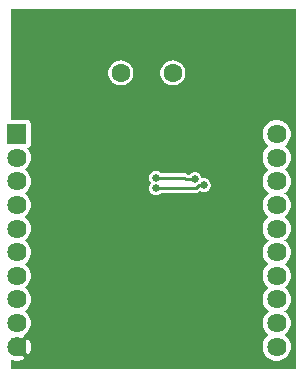
<source format=gbr>
G04 start of page 3 for group 1 idx 1 *
G04 Title: (unknown), bottom *
G04 Creator: pcb 4.0.2 *
G04 CreationDate: Sat May 14 18:28:01 2022 UTC *
G04 For: railfan *
G04 Format: Gerber/RS-274X *
G04 PCB-Dimensions (mil): 1000.00 1250.00 *
G04 PCB-Coordinate-Origin: lower left *
%MOIN*%
%FSLAX25Y25*%
%LNBOTTOM*%
%ADD30C,0.0320*%
%ADD29C,0.0433*%
%ADD28C,0.0120*%
%ADD27C,0.0260*%
%ADD26C,0.0640*%
%ADD25C,0.0633*%
%ADD24C,0.0100*%
%ADD23C,0.0001*%
G54D23*G36*
X93300Y122200D02*X99900D01*
Y2200D01*
X93300D01*
Y4920D01*
X93307Y4919D01*
X94045Y4977D01*
X94764Y5150D01*
X95447Y5433D01*
X96078Y5820D01*
X96641Y6300D01*
X97121Y6863D01*
X97508Y7494D01*
X97791Y8177D01*
X97964Y8896D01*
X98007Y9634D01*
X97964Y10371D01*
X97791Y11091D01*
X97508Y11774D01*
X97121Y12405D01*
X96641Y12968D01*
X96078Y13448D01*
X95878Y13571D01*
X96078Y13694D01*
X96641Y14174D01*
X97121Y14737D01*
X97508Y15368D01*
X97791Y16051D01*
X97964Y16770D01*
X98007Y17508D01*
X97964Y18245D01*
X97791Y18965D01*
X97508Y19648D01*
X97121Y20279D01*
X96641Y20842D01*
X96078Y21322D01*
X95878Y21445D01*
X96078Y21568D01*
X96641Y22048D01*
X97121Y22611D01*
X97508Y23242D01*
X97791Y23925D01*
X97964Y24644D01*
X98007Y25382D01*
X97964Y26119D01*
X97791Y26839D01*
X97508Y27522D01*
X97121Y28153D01*
X96641Y28716D01*
X96078Y29196D01*
X95878Y29319D01*
X96078Y29442D01*
X96641Y29922D01*
X97121Y30485D01*
X97508Y31116D01*
X97791Y31799D01*
X97964Y32518D01*
X98007Y33256D01*
X97964Y33993D01*
X97791Y34713D01*
X97508Y35396D01*
X97121Y36027D01*
X96641Y36590D01*
X96078Y37070D01*
X95878Y37193D01*
X96078Y37316D01*
X96641Y37796D01*
X97121Y38359D01*
X97508Y38990D01*
X97791Y39673D01*
X97964Y40392D01*
X98007Y41130D01*
X97964Y41868D01*
X97791Y42587D01*
X97508Y43270D01*
X97121Y43901D01*
X96641Y44464D01*
X96078Y44944D01*
X95878Y45067D01*
X96078Y45190D01*
X96641Y45670D01*
X97121Y46233D01*
X97508Y46864D01*
X97791Y47547D01*
X97964Y48266D01*
X98007Y49004D01*
X97964Y49742D01*
X97791Y50461D01*
X97508Y51144D01*
X97121Y51775D01*
X96641Y52338D01*
X96078Y52818D01*
X95878Y52941D01*
X96078Y53064D01*
X96641Y53544D01*
X97121Y54107D01*
X97508Y54738D01*
X97791Y55421D01*
X97964Y56140D01*
X98007Y56878D01*
X97964Y57616D01*
X97791Y58335D01*
X97508Y59018D01*
X97121Y59649D01*
X96641Y60212D01*
X96078Y60692D01*
X95878Y60815D01*
X96078Y60938D01*
X96641Y61418D01*
X97121Y61981D01*
X97508Y62612D01*
X97791Y63295D01*
X97964Y64014D01*
X98007Y64752D01*
X97964Y65490D01*
X97791Y66209D01*
X97508Y66892D01*
X97121Y67523D01*
X96641Y68086D01*
X96078Y68566D01*
X95878Y68689D01*
X96078Y68812D01*
X96641Y69292D01*
X97121Y69855D01*
X97508Y70486D01*
X97791Y71169D01*
X97964Y71888D01*
X98007Y72626D01*
X97964Y73363D01*
X97791Y74083D01*
X97508Y74766D01*
X97121Y75397D01*
X96641Y75960D01*
X96078Y76440D01*
X95878Y76563D01*
X96078Y76686D01*
X96641Y77166D01*
X97121Y77729D01*
X97508Y78360D01*
X97791Y79043D01*
X97964Y79762D01*
X98007Y80500D01*
X97964Y81238D01*
X97791Y81957D01*
X97508Y82640D01*
X97121Y83271D01*
X96641Y83834D01*
X96078Y84314D01*
X95447Y84701D01*
X94764Y84984D01*
X94045Y85156D01*
X93307Y85214D01*
X93300Y85214D01*
Y122200D01*
G37*
G36*
X60996D02*X93300D01*
Y85214D01*
X92570Y85156D01*
X91850Y84984D01*
X91167Y84701D01*
X90536Y84314D01*
X89973Y83834D01*
X89493Y83271D01*
X89106Y82640D01*
X88823Y81957D01*
X88651Y81238D01*
X88593Y80500D01*
X88651Y79762D01*
X88823Y79043D01*
X89106Y78360D01*
X89493Y77729D01*
X89973Y77166D01*
X90536Y76686D01*
X90737Y76563D01*
X90536Y76440D01*
X89973Y75960D01*
X89493Y75397D01*
X89106Y74766D01*
X88823Y74083D01*
X88651Y73363D01*
X88593Y72626D01*
X88651Y71888D01*
X88823Y71169D01*
X89106Y70486D01*
X89493Y69855D01*
X89973Y69292D01*
X90536Y68812D01*
X90737Y68689D01*
X90536Y68566D01*
X89973Y68086D01*
X89493Y67523D01*
X89106Y66892D01*
X88823Y66209D01*
X88651Y65490D01*
X88593Y64752D01*
X88651Y64014D01*
X88823Y63295D01*
X89106Y62612D01*
X89493Y61981D01*
X89973Y61418D01*
X90536Y60938D01*
X90737Y60815D01*
X90536Y60692D01*
X89973Y60212D01*
X89493Y59649D01*
X89106Y59018D01*
X88823Y58335D01*
X88651Y57616D01*
X88593Y56878D01*
X88651Y56140D01*
X88823Y55421D01*
X89106Y54738D01*
X89493Y54107D01*
X89973Y53544D01*
X90536Y53064D01*
X90737Y52941D01*
X90536Y52818D01*
X89973Y52338D01*
X89493Y51775D01*
X89106Y51144D01*
X88823Y50461D01*
X88651Y49742D01*
X88593Y49004D01*
X88651Y48266D01*
X88823Y47547D01*
X89106Y46864D01*
X89493Y46233D01*
X89973Y45670D01*
X90536Y45190D01*
X90737Y45067D01*
X90536Y44944D01*
X89973Y44464D01*
X89493Y43901D01*
X89106Y43270D01*
X88823Y42587D01*
X88651Y41868D01*
X88593Y41130D01*
X88651Y40392D01*
X88823Y39673D01*
X89106Y38990D01*
X89493Y38359D01*
X89973Y37796D01*
X90536Y37316D01*
X90737Y37193D01*
X90536Y37070D01*
X89973Y36590D01*
X89493Y36027D01*
X89106Y35396D01*
X88823Y34713D01*
X88651Y33993D01*
X88593Y33256D01*
X88651Y32518D01*
X88823Y31799D01*
X89106Y31116D01*
X89493Y30485D01*
X89973Y29922D01*
X90536Y29442D01*
X90737Y29319D01*
X90536Y29196D01*
X89973Y28716D01*
X89493Y28153D01*
X89106Y27522D01*
X88823Y26839D01*
X88651Y26119D01*
X88593Y25382D01*
X88651Y24644D01*
X88823Y23925D01*
X89106Y23242D01*
X89493Y22611D01*
X89973Y22048D01*
X90536Y21568D01*
X90737Y21445D01*
X90536Y21322D01*
X89973Y20842D01*
X89493Y20279D01*
X89106Y19648D01*
X88823Y18965D01*
X88651Y18245D01*
X88593Y17508D01*
X88651Y16770D01*
X88823Y16051D01*
X89106Y15368D01*
X89493Y14737D01*
X89973Y14174D01*
X90536Y13694D01*
X90737Y13571D01*
X90536Y13448D01*
X89973Y12968D01*
X89493Y12405D01*
X89106Y11774D01*
X88823Y11091D01*
X88651Y10371D01*
X88593Y9634D01*
X88651Y8896D01*
X88823Y8177D01*
X89106Y7494D01*
X89493Y6863D01*
X89973Y6300D01*
X90536Y5820D01*
X91167Y5433D01*
X91850Y5150D01*
X92570Y4977D01*
X93300Y4920D01*
Y2200D01*
X60996D01*
Y61000D01*
X66441D01*
X66500Y60995D01*
X66735Y61014D01*
X66735Y61014D01*
X66965Y61069D01*
X67183Y61159D01*
X67384Y61283D01*
X67564Y61436D01*
X67602Y61481D01*
X67713Y61591D01*
X67953Y61444D01*
X68287Y61306D01*
X68639Y61221D01*
X69000Y61193D01*
X69361Y61221D01*
X69713Y61306D01*
X70047Y61444D01*
X70356Y61634D01*
X70631Y61869D01*
X70866Y62144D01*
X71056Y62453D01*
X71194Y62787D01*
X71279Y63139D01*
X71300Y63500D01*
X71279Y63861D01*
X71194Y64213D01*
X71056Y64547D01*
X70866Y64856D01*
X70631Y65131D01*
X70356Y65366D01*
X70047Y65556D01*
X69713Y65694D01*
X69361Y65779D01*
X69000Y65807D01*
X68639Y65779D01*
X68289Y65695D01*
X68279Y65861D01*
X68194Y66213D01*
X68056Y66547D01*
X67866Y66856D01*
X67631Y67131D01*
X67356Y67366D01*
X67047Y67556D01*
X66713Y67694D01*
X66361Y67779D01*
X66000Y67807D01*
X65639Y67779D01*
X65287Y67694D01*
X64953Y67556D01*
X64644Y67366D01*
X64369Y67131D01*
X64256Y67000D01*
X63621D01*
X63602Y67019D01*
X63564Y67064D01*
X63384Y67217D01*
X63183Y67341D01*
X62965Y67431D01*
X62735Y67486D01*
X62500Y67505D01*
X62441Y67500D01*
X60996D01*
Y97424D01*
X61117Y97498D01*
X61616Y97924D01*
X62042Y98422D01*
X62384Y98981D01*
X62635Y99587D01*
X62788Y100224D01*
X62827Y100878D01*
X62788Y101532D01*
X62635Y102169D01*
X62384Y102775D01*
X62042Y103334D01*
X61616Y103832D01*
X61117Y104258D01*
X60996Y104332D01*
Y122200D01*
G37*
G36*
X41332D02*X60996D01*
Y104332D01*
X60558Y104601D01*
X59953Y104852D01*
X59315Y105005D01*
X58661Y105056D01*
X58008Y105005D01*
X57370Y104852D01*
X56765Y104601D01*
X56206Y104258D01*
X55707Y103832D01*
X55281Y103334D01*
X54939Y102775D01*
X54688Y102169D01*
X54535Y101532D01*
X54483Y100878D01*
X54535Y100224D01*
X54688Y99587D01*
X54939Y98981D01*
X55281Y98422D01*
X55707Y97924D01*
X56206Y97498D01*
X56765Y97155D01*
X57370Y96904D01*
X58008Y96751D01*
X58661Y96700D01*
X59315Y96751D01*
X59953Y96904D01*
X60558Y97155D01*
X60996Y97424D01*
Y67500D01*
X54744D01*
X54631Y67631D01*
X54356Y67866D01*
X54047Y68056D01*
X53713Y68194D01*
X53361Y68279D01*
X53000Y68307D01*
X52639Y68279D01*
X52287Y68194D01*
X51953Y68056D01*
X51644Y67866D01*
X51369Y67631D01*
X51134Y67356D01*
X50944Y67047D01*
X50806Y66713D01*
X50721Y66361D01*
X50693Y66000D01*
X50721Y65639D01*
X50806Y65287D01*
X50944Y64953D01*
X51134Y64644D01*
X51369Y64369D01*
X51508Y64250D01*
X51369Y64131D01*
X51134Y63856D01*
X50944Y63547D01*
X50806Y63213D01*
X50721Y62861D01*
X50693Y62500D01*
X50721Y62139D01*
X50806Y61787D01*
X50944Y61453D01*
X51134Y61144D01*
X51369Y60869D01*
X51644Y60634D01*
X51953Y60444D01*
X52287Y60306D01*
X52639Y60221D01*
X53000Y60193D01*
X53361Y60221D01*
X53713Y60306D01*
X54047Y60444D01*
X54356Y60634D01*
X54631Y60869D01*
X54744Y61000D01*
X60996D01*
Y2200D01*
X41332D01*
Y96700D01*
X41339Y96700D01*
X41992Y96751D01*
X42630Y96904D01*
X43235Y97155D01*
X43794Y97498D01*
X44293Y97924D01*
X44719Y98422D01*
X45061Y98981D01*
X45312Y99587D01*
X45465Y100224D01*
X45504Y100878D01*
X45465Y101532D01*
X45312Y102169D01*
X45061Y102775D01*
X44719Y103334D01*
X44293Y103832D01*
X43794Y104258D01*
X43235Y104601D01*
X42630Y104852D01*
X41992Y105005D01*
X41339Y105056D01*
X41332Y105056D01*
Y122200D01*
G37*
G36*
X10481D02*X41332D01*
Y105056D01*
X40685Y105005D01*
X40047Y104852D01*
X39442Y104601D01*
X38883Y104258D01*
X38384Y103832D01*
X37958Y103334D01*
X37616Y102775D01*
X37365Y102169D01*
X37212Y101532D01*
X37160Y100878D01*
X37212Y100224D01*
X37365Y99587D01*
X37616Y98981D01*
X37958Y98422D01*
X38384Y97924D01*
X38883Y97498D01*
X39442Y97155D01*
X40047Y96904D01*
X40685Y96751D01*
X41332Y96700D01*
Y2200D01*
X10481D01*
Y7340D01*
X10488Y7341D01*
X10601Y7376D01*
X10707Y7429D01*
X10803Y7497D01*
X10888Y7579D01*
X10959Y7674D01*
X11011Y7779D01*
X11165Y8174D01*
X11279Y8583D01*
X11355Y9000D01*
X11393Y9422D01*
Y9846D01*
X11355Y10268D01*
X11279Y10685D01*
X11165Y11094D01*
X11016Y11490D01*
X10961Y11596D01*
X10890Y11691D01*
X10806Y11773D01*
X10709Y11842D01*
X10602Y11894D01*
X10489Y11930D01*
X10481Y11931D01*
Y14706D01*
X10507Y14737D01*
X10894Y15368D01*
X11177Y16051D01*
X11349Y16770D01*
X11393Y17508D01*
X11349Y18245D01*
X11177Y18965D01*
X10894Y19648D01*
X10507Y20279D01*
X10481Y20310D01*
Y22580D01*
X10507Y22611D01*
X10894Y23242D01*
X11177Y23925D01*
X11349Y24644D01*
X11393Y25382D01*
X11349Y26119D01*
X11177Y26839D01*
X10894Y27522D01*
X10507Y28153D01*
X10481Y28184D01*
Y30454D01*
X10507Y30485D01*
X10894Y31116D01*
X11177Y31799D01*
X11349Y32518D01*
X11393Y33256D01*
X11349Y33993D01*
X11177Y34713D01*
X10894Y35396D01*
X10507Y36027D01*
X10481Y36058D01*
Y38328D01*
X10507Y38359D01*
X10894Y38990D01*
X11177Y39673D01*
X11349Y40392D01*
X11393Y41130D01*
X11349Y41868D01*
X11177Y42587D01*
X10894Y43270D01*
X10507Y43901D01*
X10481Y43932D01*
Y46202D01*
X10507Y46233D01*
X10894Y46864D01*
X11177Y47547D01*
X11349Y48266D01*
X11393Y49004D01*
X11349Y49742D01*
X11177Y50461D01*
X10894Y51144D01*
X10507Y51775D01*
X10481Y51806D01*
Y54076D01*
X10507Y54107D01*
X10894Y54738D01*
X11177Y55421D01*
X11349Y56140D01*
X11393Y56878D01*
X11349Y57616D01*
X11177Y58335D01*
X10894Y59018D01*
X10507Y59649D01*
X10481Y59680D01*
Y61950D01*
X10507Y61981D01*
X10894Y62612D01*
X11177Y63295D01*
X11349Y64014D01*
X11393Y64752D01*
X11349Y65490D01*
X11177Y66209D01*
X10894Y66892D01*
X10507Y67523D01*
X10481Y67554D01*
Y69824D01*
X10507Y69855D01*
X10894Y70486D01*
X11177Y71169D01*
X11349Y71888D01*
X11393Y72626D01*
X11349Y73363D01*
X11177Y74083D01*
X10894Y74766D01*
X10507Y75397D01*
X10481Y75428D01*
Y75920D01*
X10576Y75959D01*
X10777Y76083D01*
X10957Y76236D01*
X11110Y76416D01*
X11234Y76617D01*
X11324Y76835D01*
X11379Y77065D01*
X11393Y77300D01*
X11379Y83935D01*
X11324Y84165D01*
X11234Y84383D01*
X11110Y84584D01*
X10957Y84764D01*
X10777Y84917D01*
X10576Y85041D01*
X10481Y85080D01*
Y122200D01*
G37*
G36*
Y75428D02*X10147Y75818D01*
X10358Y75869D01*
X10481Y75920D01*
Y75428D01*
G37*
G36*
Y67554D02*X10027Y68086D01*
X9464Y68566D01*
X9263Y68689D01*
X9464Y68812D01*
X10027Y69292D01*
X10481Y69824D01*
Y67554D01*
G37*
G36*
Y59680D02*X10027Y60212D01*
X9464Y60692D01*
X9263Y60815D01*
X9464Y60938D01*
X10027Y61418D01*
X10481Y61950D01*
Y59680D01*
G37*
G36*
Y51806D02*X10027Y52338D01*
X9464Y52818D01*
X9263Y52941D01*
X9464Y53064D01*
X10027Y53544D01*
X10481Y54076D01*
Y51806D01*
G37*
G36*
Y43932D02*X10027Y44464D01*
X9464Y44944D01*
X9263Y45067D01*
X9464Y45190D01*
X10027Y45670D01*
X10481Y46202D01*
Y43932D01*
G37*
G36*
Y36058D02*X10027Y36590D01*
X9464Y37070D01*
X9263Y37193D01*
X9464Y37316D01*
X10027Y37796D01*
X10481Y38328D01*
Y36058D01*
G37*
G36*
Y28184D02*X10027Y28716D01*
X9464Y29196D01*
X9263Y29319D01*
X9464Y29442D01*
X10027Y29922D01*
X10481Y30454D01*
Y28184D01*
G37*
G36*
Y20310D02*X10027Y20842D01*
X9464Y21322D01*
X9263Y21445D01*
X9464Y21568D01*
X10027Y22048D01*
X10481Y22580D01*
Y20310D01*
G37*
G36*
Y2200D02*X4900D01*
Y5291D01*
X5233Y5161D01*
X5642Y5048D01*
X6059Y4972D01*
X6481Y4934D01*
X6905D01*
X7327Y4972D01*
X7744Y5048D01*
X8153Y5161D01*
X8549Y5311D01*
X8655Y5365D01*
X8750Y5436D01*
X8832Y5521D01*
X8901Y5618D01*
X8953Y5724D01*
X8989Y5838D01*
X9006Y5955D01*
X9004Y6073D01*
X8984Y6190D01*
X8946Y6303D01*
X8891Y6408D01*
X8820Y6503D01*
X8735Y6585D01*
X8638Y6654D01*
X8532Y6706D01*
X8419Y6741D01*
X8301Y6758D01*
X8183Y6757D01*
X8066Y6737D01*
X7954Y6697D01*
X7686Y6592D01*
X7408Y6515D01*
X7124Y6463D01*
X6837Y6437D01*
X6549D01*
X6262Y6463D01*
X5978Y6515D01*
X5700Y6592D01*
X5430Y6694D01*
X5319Y6734D01*
X5203Y6754D01*
X5085Y6755D01*
X4968Y6738D01*
X4900Y6717D01*
Y12547D01*
X4967Y12526D01*
X5085Y12509D01*
X5203Y12511D01*
X5320Y12531D01*
X5431Y12571D01*
X5700Y12676D01*
X5978Y12753D01*
X6262Y12805D01*
X6396Y12817D01*
X6693Y12793D01*
X6990Y12817D01*
X7124Y12805D01*
X7408Y12753D01*
X7686Y12676D01*
X7956Y12574D01*
X8067Y12534D01*
X8183Y12514D01*
X8301Y12513D01*
X8418Y12530D01*
X8531Y12565D01*
X8636Y12617D01*
X8733Y12685D01*
X8817Y12767D01*
X8888Y12862D01*
X8943Y12966D01*
X8981Y13078D01*
X9001Y13195D01*
X9002Y13313D01*
X8989Y13403D01*
X9464Y13694D01*
X10027Y14174D01*
X10481Y14706D01*
Y11931D01*
X10372Y11947D01*
X10253Y11945D01*
X10136Y11925D01*
X10024Y11887D01*
X9919Y11832D01*
X9824Y11761D01*
X9742Y11676D01*
X9673Y11579D01*
X9621Y11473D01*
X9585Y11359D01*
X9568Y11242D01*
X9570Y11124D01*
X9590Y11007D01*
X9630Y10895D01*
X9735Y10627D01*
X9812Y10349D01*
X9864Y10065D01*
X9890Y9778D01*
Y9490D01*
X9864Y9202D01*
X9812Y8919D01*
X9735Y8641D01*
X9633Y8371D01*
X9593Y8260D01*
X9573Y8144D01*
X9572Y8026D01*
X9589Y7909D01*
X9624Y7796D01*
X9676Y7690D01*
X9744Y7594D01*
X9826Y7509D01*
X9921Y7439D01*
X10025Y7384D01*
X10137Y7346D01*
X10254Y7326D01*
X10372Y7324D01*
X10481Y7340D01*
Y2200D01*
G37*
G36*
X4900Y122200D02*X10481D01*
Y85080D01*
X10358Y85131D01*
X10128Y85186D01*
X9893Y85200D01*
X4900Y85190D01*
Y122200D01*
G37*
G54D24*X53000Y66000D02*X62500D01*
X63000Y65500D01*
X66000D01*
X53000Y62500D02*X66500D01*
X67500Y63500D01*
X69000D01*
G54D25*X58661Y100878D03*
X41339D03*
G54D26*X93307Y80500D03*
Y72626D03*
Y64752D03*
Y56878D03*
Y49004D03*
Y41130D03*
Y33256D03*
Y25382D03*
Y17508D03*
Y9634D03*
G54D23*G36*
X3493Y83700D02*Y77300D01*
X9893D01*
Y83700D01*
X3493D01*
G37*
G54D26*X6693Y72626D03*
Y64752D03*
Y56878D03*
Y49004D03*
Y41130D03*
Y33256D03*
Y25382D03*
Y17508D03*
Y9634D03*
G54D27*X51600Y70800D03*
X54000Y50300D03*
X53000Y62500D03*
Y66000D03*
X40500Y84500D03*
X37000D03*
X22500Y60600D03*
X61500Y35000D03*
X64500D03*
X51500Y59000D03*
X65500Y75000D03*
X68500D03*
X66000Y65500D03*
X69000Y63500D03*
G54D28*G54D29*G54D30*M02*

</source>
